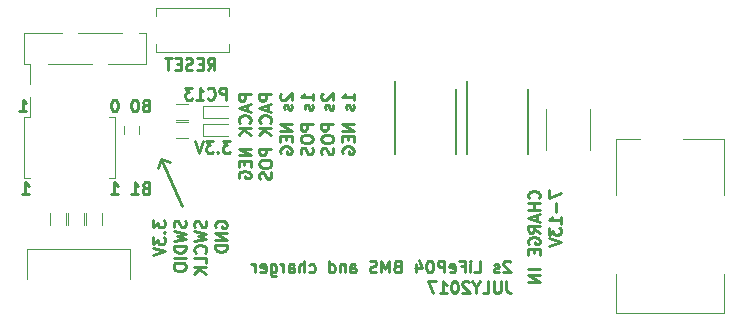
<source format=gbo>
G04 #@! TF.FileFunction,Legend,Bot*
%FSLAX46Y46*%
G04 Gerber Fmt 4.6, Leading zero omitted, Abs format (unit mm)*
G04 Created by KiCad (PCBNEW 4.0.6-e0-6349~53~ubuntu16.04.1) date Sun Jul  9 20:30:41 2017*
%MOMM*%
%LPD*%
G01*
G04 APERTURE LIST*
%ADD10C,0.100000*%
%ADD11C,0.250000*%
%ADD12C,0.120000*%
%ADD13C,0.150000*%
G04 APERTURE END LIST*
D10*
D11*
X120750000Y-95250000D02*
X121500000Y-95500000D01*
X120750000Y-95250000D02*
X120500000Y-96000000D01*
X120750000Y-95250000D02*
X122500000Y-99250000D01*
X126261905Y-90202381D02*
X126261905Y-89202381D01*
X125880952Y-89202381D01*
X125785714Y-89250000D01*
X125738095Y-89297619D01*
X125690476Y-89392857D01*
X125690476Y-89535714D01*
X125738095Y-89630952D01*
X125785714Y-89678571D01*
X125880952Y-89726190D01*
X126261905Y-89726190D01*
X124690476Y-90107143D02*
X124738095Y-90154762D01*
X124880952Y-90202381D01*
X124976190Y-90202381D01*
X125119048Y-90154762D01*
X125214286Y-90059524D01*
X125261905Y-89964286D01*
X125309524Y-89773810D01*
X125309524Y-89630952D01*
X125261905Y-89440476D01*
X125214286Y-89345238D01*
X125119048Y-89250000D01*
X124976190Y-89202381D01*
X124880952Y-89202381D01*
X124738095Y-89250000D01*
X124690476Y-89297619D01*
X123738095Y-90202381D02*
X124309524Y-90202381D01*
X124023810Y-90202381D02*
X124023810Y-89202381D01*
X124119048Y-89345238D01*
X124214286Y-89440476D01*
X124309524Y-89488095D01*
X123404762Y-89202381D02*
X122785714Y-89202381D01*
X123119048Y-89583333D01*
X122976190Y-89583333D01*
X122880952Y-89630952D01*
X122833333Y-89678571D01*
X122785714Y-89773810D01*
X122785714Y-90011905D01*
X122833333Y-90107143D01*
X122880952Y-90154762D01*
X122976190Y-90202381D01*
X123261905Y-90202381D01*
X123357143Y-90154762D01*
X123404762Y-90107143D01*
X126607143Y-93702381D02*
X125988095Y-93702381D01*
X126321429Y-94083333D01*
X126178571Y-94083333D01*
X126083333Y-94130952D01*
X126035714Y-94178571D01*
X125988095Y-94273810D01*
X125988095Y-94511905D01*
X126035714Y-94607143D01*
X126083333Y-94654762D01*
X126178571Y-94702381D01*
X126464286Y-94702381D01*
X126559524Y-94654762D01*
X126607143Y-94607143D01*
X125559524Y-94607143D02*
X125511905Y-94654762D01*
X125559524Y-94702381D01*
X125607143Y-94654762D01*
X125559524Y-94607143D01*
X125559524Y-94702381D01*
X125178572Y-93702381D02*
X124559524Y-93702381D01*
X124892858Y-94083333D01*
X124750000Y-94083333D01*
X124654762Y-94130952D01*
X124607143Y-94178571D01*
X124559524Y-94273810D01*
X124559524Y-94511905D01*
X124607143Y-94607143D01*
X124654762Y-94654762D01*
X124750000Y-94702381D01*
X125035715Y-94702381D01*
X125130953Y-94654762D01*
X125178572Y-94607143D01*
X124273810Y-93702381D02*
X123940477Y-94702381D01*
X123607143Y-93702381D01*
X120077381Y-100392857D02*
X120077381Y-101011905D01*
X120458333Y-100678571D01*
X120458333Y-100821429D01*
X120505952Y-100916667D01*
X120553571Y-100964286D01*
X120648810Y-101011905D01*
X120886905Y-101011905D01*
X120982143Y-100964286D01*
X121029762Y-100916667D01*
X121077381Y-100821429D01*
X121077381Y-100535714D01*
X121029762Y-100440476D01*
X120982143Y-100392857D01*
X120982143Y-101440476D02*
X121029762Y-101488095D01*
X121077381Y-101440476D01*
X121029762Y-101392857D01*
X120982143Y-101440476D01*
X121077381Y-101440476D01*
X120077381Y-101821428D02*
X120077381Y-102440476D01*
X120458333Y-102107142D01*
X120458333Y-102250000D01*
X120505952Y-102345238D01*
X120553571Y-102392857D01*
X120648810Y-102440476D01*
X120886905Y-102440476D01*
X120982143Y-102392857D01*
X121029762Y-102345238D01*
X121077381Y-102250000D01*
X121077381Y-101964285D01*
X121029762Y-101869047D01*
X120982143Y-101821428D01*
X120077381Y-102726190D02*
X121077381Y-103059523D01*
X120077381Y-103392857D01*
X122779762Y-100440476D02*
X122827381Y-100583333D01*
X122827381Y-100821429D01*
X122779762Y-100916667D01*
X122732143Y-100964286D01*
X122636905Y-101011905D01*
X122541667Y-101011905D01*
X122446429Y-100964286D01*
X122398810Y-100916667D01*
X122351190Y-100821429D01*
X122303571Y-100630952D01*
X122255952Y-100535714D01*
X122208333Y-100488095D01*
X122113095Y-100440476D01*
X122017857Y-100440476D01*
X121922619Y-100488095D01*
X121875000Y-100535714D01*
X121827381Y-100630952D01*
X121827381Y-100869048D01*
X121875000Y-101011905D01*
X121827381Y-101345238D02*
X122827381Y-101583333D01*
X122113095Y-101773810D01*
X122827381Y-101964286D01*
X121827381Y-102202381D01*
X122827381Y-102583333D02*
X121827381Y-102583333D01*
X121827381Y-102821428D01*
X121875000Y-102964286D01*
X121970238Y-103059524D01*
X122065476Y-103107143D01*
X122255952Y-103154762D01*
X122398810Y-103154762D01*
X122589286Y-103107143D01*
X122684524Y-103059524D01*
X122779762Y-102964286D01*
X122827381Y-102821428D01*
X122827381Y-102583333D01*
X122827381Y-103583333D02*
X121827381Y-103583333D01*
X121827381Y-104249999D02*
X121827381Y-104440476D01*
X121875000Y-104535714D01*
X121970238Y-104630952D01*
X122160714Y-104678571D01*
X122494048Y-104678571D01*
X122684524Y-104630952D01*
X122779762Y-104535714D01*
X122827381Y-104440476D01*
X122827381Y-104249999D01*
X122779762Y-104154761D01*
X122684524Y-104059523D01*
X122494048Y-104011904D01*
X122160714Y-104011904D01*
X121970238Y-104059523D01*
X121875000Y-104154761D01*
X121827381Y-104249999D01*
X124529762Y-100440476D02*
X124577381Y-100583333D01*
X124577381Y-100821429D01*
X124529762Y-100916667D01*
X124482143Y-100964286D01*
X124386905Y-101011905D01*
X124291667Y-101011905D01*
X124196429Y-100964286D01*
X124148810Y-100916667D01*
X124101190Y-100821429D01*
X124053571Y-100630952D01*
X124005952Y-100535714D01*
X123958333Y-100488095D01*
X123863095Y-100440476D01*
X123767857Y-100440476D01*
X123672619Y-100488095D01*
X123625000Y-100535714D01*
X123577381Y-100630952D01*
X123577381Y-100869048D01*
X123625000Y-101011905D01*
X123577381Y-101345238D02*
X124577381Y-101583333D01*
X123863095Y-101773810D01*
X124577381Y-101964286D01*
X123577381Y-102202381D01*
X124482143Y-103154762D02*
X124529762Y-103107143D01*
X124577381Y-102964286D01*
X124577381Y-102869048D01*
X124529762Y-102726190D01*
X124434524Y-102630952D01*
X124339286Y-102583333D01*
X124148810Y-102535714D01*
X124005952Y-102535714D01*
X123815476Y-102583333D01*
X123720238Y-102630952D01*
X123625000Y-102726190D01*
X123577381Y-102869048D01*
X123577381Y-102964286D01*
X123625000Y-103107143D01*
X123672619Y-103154762D01*
X124577381Y-104059524D02*
X124577381Y-103583333D01*
X123577381Y-103583333D01*
X124577381Y-104392857D02*
X123577381Y-104392857D01*
X124577381Y-104964286D02*
X124005952Y-104535714D01*
X123577381Y-104964286D02*
X124148810Y-104392857D01*
X125375000Y-101011905D02*
X125327381Y-100916667D01*
X125327381Y-100773810D01*
X125375000Y-100630952D01*
X125470238Y-100535714D01*
X125565476Y-100488095D01*
X125755952Y-100440476D01*
X125898810Y-100440476D01*
X126089286Y-100488095D01*
X126184524Y-100535714D01*
X126279762Y-100630952D01*
X126327381Y-100773810D01*
X126327381Y-100869048D01*
X126279762Y-101011905D01*
X126232143Y-101059524D01*
X125898810Y-101059524D01*
X125898810Y-100869048D01*
X126327381Y-101488095D02*
X125327381Y-101488095D01*
X126327381Y-102059524D01*
X125327381Y-102059524D01*
X126327381Y-102535714D02*
X125327381Y-102535714D01*
X125327381Y-102773809D01*
X125375000Y-102916667D01*
X125470238Y-103011905D01*
X125565476Y-103059524D01*
X125755952Y-103107143D01*
X125898810Y-103107143D01*
X126089286Y-103059524D01*
X126184524Y-103011905D01*
X126279762Y-102916667D01*
X126327381Y-102773809D01*
X126327381Y-102535714D01*
X124690476Y-87702381D02*
X125023810Y-87226190D01*
X125261905Y-87702381D02*
X125261905Y-86702381D01*
X124880952Y-86702381D01*
X124785714Y-86750000D01*
X124738095Y-86797619D01*
X124690476Y-86892857D01*
X124690476Y-87035714D01*
X124738095Y-87130952D01*
X124785714Y-87178571D01*
X124880952Y-87226190D01*
X125261905Y-87226190D01*
X124261905Y-87178571D02*
X123928571Y-87178571D01*
X123785714Y-87702381D02*
X124261905Y-87702381D01*
X124261905Y-86702381D01*
X123785714Y-86702381D01*
X123404762Y-87654762D02*
X123261905Y-87702381D01*
X123023809Y-87702381D01*
X122928571Y-87654762D01*
X122880952Y-87607143D01*
X122833333Y-87511905D01*
X122833333Y-87416667D01*
X122880952Y-87321429D01*
X122928571Y-87273810D01*
X123023809Y-87226190D01*
X123214286Y-87178571D01*
X123309524Y-87130952D01*
X123357143Y-87083333D01*
X123404762Y-86988095D01*
X123404762Y-86892857D01*
X123357143Y-86797619D01*
X123309524Y-86750000D01*
X123214286Y-86702381D01*
X122976190Y-86702381D01*
X122833333Y-86750000D01*
X122404762Y-87178571D02*
X122071428Y-87178571D01*
X121928571Y-87702381D02*
X122404762Y-87702381D01*
X122404762Y-86702381D01*
X121928571Y-86702381D01*
X121642857Y-86702381D02*
X121071428Y-86702381D01*
X121357143Y-87702381D02*
X121357143Y-86702381D01*
X150309524Y-103922619D02*
X150261905Y-103875000D01*
X150166667Y-103827381D01*
X149928571Y-103827381D01*
X149833333Y-103875000D01*
X149785714Y-103922619D01*
X149738095Y-104017857D01*
X149738095Y-104113095D01*
X149785714Y-104255952D01*
X150357143Y-104827381D01*
X149738095Y-104827381D01*
X149357143Y-104779762D02*
X149261905Y-104827381D01*
X149071429Y-104827381D01*
X148976190Y-104779762D01*
X148928571Y-104684524D01*
X148928571Y-104636905D01*
X148976190Y-104541667D01*
X149071429Y-104494048D01*
X149214286Y-104494048D01*
X149309524Y-104446429D01*
X149357143Y-104351190D01*
X149357143Y-104303571D01*
X149309524Y-104208333D01*
X149214286Y-104160714D01*
X149071429Y-104160714D01*
X148976190Y-104208333D01*
X147261904Y-104827381D02*
X147738095Y-104827381D01*
X147738095Y-103827381D01*
X146928571Y-104827381D02*
X146928571Y-104160714D01*
X146928571Y-103827381D02*
X146976190Y-103875000D01*
X146928571Y-103922619D01*
X146880952Y-103875000D01*
X146928571Y-103827381D01*
X146928571Y-103922619D01*
X146119047Y-104303571D02*
X146452381Y-104303571D01*
X146452381Y-104827381D02*
X146452381Y-103827381D01*
X145976190Y-103827381D01*
X145214285Y-104779762D02*
X145309523Y-104827381D01*
X145500000Y-104827381D01*
X145595238Y-104779762D01*
X145642857Y-104684524D01*
X145642857Y-104303571D01*
X145595238Y-104208333D01*
X145500000Y-104160714D01*
X145309523Y-104160714D01*
X145214285Y-104208333D01*
X145166666Y-104303571D01*
X145166666Y-104398810D01*
X145642857Y-104494048D01*
X144738095Y-104827381D02*
X144738095Y-103827381D01*
X144357142Y-103827381D01*
X144261904Y-103875000D01*
X144214285Y-103922619D01*
X144166666Y-104017857D01*
X144166666Y-104160714D01*
X144214285Y-104255952D01*
X144261904Y-104303571D01*
X144357142Y-104351190D01*
X144738095Y-104351190D01*
X143547619Y-103827381D02*
X143452380Y-103827381D01*
X143357142Y-103875000D01*
X143309523Y-103922619D01*
X143261904Y-104017857D01*
X143214285Y-104208333D01*
X143214285Y-104446429D01*
X143261904Y-104636905D01*
X143309523Y-104732143D01*
X143357142Y-104779762D01*
X143452380Y-104827381D01*
X143547619Y-104827381D01*
X143642857Y-104779762D01*
X143690476Y-104732143D01*
X143738095Y-104636905D01*
X143785714Y-104446429D01*
X143785714Y-104208333D01*
X143738095Y-104017857D01*
X143690476Y-103922619D01*
X143642857Y-103875000D01*
X143547619Y-103827381D01*
X142357142Y-104160714D02*
X142357142Y-104827381D01*
X142595238Y-103779762D02*
X142833333Y-104494048D01*
X142214285Y-104494048D01*
X140738094Y-104303571D02*
X140595237Y-104351190D01*
X140547618Y-104398810D01*
X140499999Y-104494048D01*
X140499999Y-104636905D01*
X140547618Y-104732143D01*
X140595237Y-104779762D01*
X140690475Y-104827381D01*
X141071428Y-104827381D01*
X141071428Y-103827381D01*
X140738094Y-103827381D01*
X140642856Y-103875000D01*
X140595237Y-103922619D01*
X140547618Y-104017857D01*
X140547618Y-104113095D01*
X140595237Y-104208333D01*
X140642856Y-104255952D01*
X140738094Y-104303571D01*
X141071428Y-104303571D01*
X140071428Y-104827381D02*
X140071428Y-103827381D01*
X139738094Y-104541667D01*
X139404761Y-103827381D01*
X139404761Y-104827381D01*
X138976190Y-104779762D02*
X138833333Y-104827381D01*
X138595237Y-104827381D01*
X138499999Y-104779762D01*
X138452380Y-104732143D01*
X138404761Y-104636905D01*
X138404761Y-104541667D01*
X138452380Y-104446429D01*
X138499999Y-104398810D01*
X138595237Y-104351190D01*
X138785714Y-104303571D01*
X138880952Y-104255952D01*
X138928571Y-104208333D01*
X138976190Y-104113095D01*
X138976190Y-104017857D01*
X138928571Y-103922619D01*
X138880952Y-103875000D01*
X138785714Y-103827381D01*
X138547618Y-103827381D01*
X138404761Y-103875000D01*
X136785713Y-104827381D02*
X136785713Y-104303571D01*
X136833332Y-104208333D01*
X136928570Y-104160714D01*
X137119047Y-104160714D01*
X137214285Y-104208333D01*
X136785713Y-104779762D02*
X136880951Y-104827381D01*
X137119047Y-104827381D01*
X137214285Y-104779762D01*
X137261904Y-104684524D01*
X137261904Y-104589286D01*
X137214285Y-104494048D01*
X137119047Y-104446429D01*
X136880951Y-104446429D01*
X136785713Y-104398810D01*
X136309523Y-104160714D02*
X136309523Y-104827381D01*
X136309523Y-104255952D02*
X136261904Y-104208333D01*
X136166666Y-104160714D01*
X136023808Y-104160714D01*
X135928570Y-104208333D01*
X135880951Y-104303571D01*
X135880951Y-104827381D01*
X134976189Y-104827381D02*
X134976189Y-103827381D01*
X134976189Y-104779762D02*
X135071427Y-104827381D01*
X135261904Y-104827381D01*
X135357142Y-104779762D01*
X135404761Y-104732143D01*
X135452380Y-104636905D01*
X135452380Y-104351190D01*
X135404761Y-104255952D01*
X135357142Y-104208333D01*
X135261904Y-104160714D01*
X135071427Y-104160714D01*
X134976189Y-104208333D01*
X133309522Y-104779762D02*
X133404760Y-104827381D01*
X133595237Y-104827381D01*
X133690475Y-104779762D01*
X133738094Y-104732143D01*
X133785713Y-104636905D01*
X133785713Y-104351190D01*
X133738094Y-104255952D01*
X133690475Y-104208333D01*
X133595237Y-104160714D01*
X133404760Y-104160714D01*
X133309522Y-104208333D01*
X132880951Y-104827381D02*
X132880951Y-103827381D01*
X132452379Y-104827381D02*
X132452379Y-104303571D01*
X132499998Y-104208333D01*
X132595236Y-104160714D01*
X132738094Y-104160714D01*
X132833332Y-104208333D01*
X132880951Y-104255952D01*
X131547617Y-104827381D02*
X131547617Y-104303571D01*
X131595236Y-104208333D01*
X131690474Y-104160714D01*
X131880951Y-104160714D01*
X131976189Y-104208333D01*
X131547617Y-104779762D02*
X131642855Y-104827381D01*
X131880951Y-104827381D01*
X131976189Y-104779762D01*
X132023808Y-104684524D01*
X132023808Y-104589286D01*
X131976189Y-104494048D01*
X131880951Y-104446429D01*
X131642855Y-104446429D01*
X131547617Y-104398810D01*
X131071427Y-104827381D02*
X131071427Y-104160714D01*
X131071427Y-104351190D02*
X131023808Y-104255952D01*
X130976189Y-104208333D01*
X130880951Y-104160714D01*
X130785712Y-104160714D01*
X130023807Y-104160714D02*
X130023807Y-104970238D01*
X130071426Y-105065476D01*
X130119045Y-105113095D01*
X130214284Y-105160714D01*
X130357141Y-105160714D01*
X130452379Y-105113095D01*
X130023807Y-104779762D02*
X130119045Y-104827381D01*
X130309522Y-104827381D01*
X130404760Y-104779762D01*
X130452379Y-104732143D01*
X130499998Y-104636905D01*
X130499998Y-104351190D01*
X130452379Y-104255952D01*
X130404760Y-104208333D01*
X130309522Y-104160714D01*
X130119045Y-104160714D01*
X130023807Y-104208333D01*
X129166664Y-104779762D02*
X129261902Y-104827381D01*
X129452379Y-104827381D01*
X129547617Y-104779762D01*
X129595236Y-104684524D01*
X129595236Y-104303571D01*
X129547617Y-104208333D01*
X129452379Y-104160714D01*
X129261902Y-104160714D01*
X129166664Y-104208333D01*
X129119045Y-104303571D01*
X129119045Y-104398810D01*
X129595236Y-104494048D01*
X128690474Y-104827381D02*
X128690474Y-104160714D01*
X128690474Y-104351190D02*
X128642855Y-104255952D01*
X128595236Y-104208333D01*
X128499998Y-104160714D01*
X128404759Y-104160714D01*
X149976190Y-105577381D02*
X149976190Y-106291667D01*
X150023810Y-106434524D01*
X150119048Y-106529762D01*
X150261905Y-106577381D01*
X150357143Y-106577381D01*
X149500000Y-105577381D02*
X149500000Y-106386905D01*
X149452381Y-106482143D01*
X149404762Y-106529762D01*
X149309524Y-106577381D01*
X149119047Y-106577381D01*
X149023809Y-106529762D01*
X148976190Y-106482143D01*
X148928571Y-106386905D01*
X148928571Y-105577381D01*
X147976190Y-106577381D02*
X148452381Y-106577381D01*
X148452381Y-105577381D01*
X147452381Y-106101190D02*
X147452381Y-106577381D01*
X147785714Y-105577381D02*
X147452381Y-106101190D01*
X147119047Y-105577381D01*
X146833333Y-105672619D02*
X146785714Y-105625000D01*
X146690476Y-105577381D01*
X146452380Y-105577381D01*
X146357142Y-105625000D01*
X146309523Y-105672619D01*
X146261904Y-105767857D01*
X146261904Y-105863095D01*
X146309523Y-106005952D01*
X146880952Y-106577381D01*
X146261904Y-106577381D01*
X145642857Y-105577381D02*
X145547618Y-105577381D01*
X145452380Y-105625000D01*
X145404761Y-105672619D01*
X145357142Y-105767857D01*
X145309523Y-105958333D01*
X145309523Y-106196429D01*
X145357142Y-106386905D01*
X145404761Y-106482143D01*
X145452380Y-106529762D01*
X145547618Y-106577381D01*
X145642857Y-106577381D01*
X145738095Y-106529762D01*
X145785714Y-106482143D01*
X145833333Y-106386905D01*
X145880952Y-106196429D01*
X145880952Y-105958333D01*
X145833333Y-105767857D01*
X145785714Y-105672619D01*
X145738095Y-105625000D01*
X145642857Y-105577381D01*
X144357142Y-106577381D02*
X144928571Y-106577381D01*
X144642857Y-106577381D02*
X144642857Y-105577381D01*
X144738095Y-105720238D01*
X144833333Y-105815476D01*
X144928571Y-105863095D01*
X144023809Y-105577381D02*
X143357142Y-105577381D01*
X143785714Y-106577381D01*
X108738095Y-91202381D02*
X109309524Y-91202381D01*
X109023810Y-91202381D02*
X109023810Y-90202381D01*
X109119048Y-90345238D01*
X109214286Y-90440476D01*
X109309524Y-90488095D01*
X108988095Y-98202381D02*
X109559524Y-98202381D01*
X109273810Y-98202381D02*
X109273810Y-97202381D01*
X109369048Y-97345238D01*
X109464286Y-97440476D01*
X109559524Y-97488095D01*
X119428571Y-90678571D02*
X119285714Y-90726190D01*
X119238095Y-90773810D01*
X119190476Y-90869048D01*
X119190476Y-91011905D01*
X119238095Y-91107143D01*
X119285714Y-91154762D01*
X119380952Y-91202381D01*
X119761905Y-91202381D01*
X119761905Y-90202381D01*
X119428571Y-90202381D01*
X119333333Y-90250000D01*
X119285714Y-90297619D01*
X119238095Y-90392857D01*
X119238095Y-90488095D01*
X119285714Y-90583333D01*
X119333333Y-90630952D01*
X119428571Y-90678571D01*
X119761905Y-90678571D01*
X118571429Y-90202381D02*
X118476190Y-90202381D01*
X118380952Y-90250000D01*
X118333333Y-90297619D01*
X118285714Y-90392857D01*
X118238095Y-90583333D01*
X118238095Y-90821429D01*
X118285714Y-91011905D01*
X118333333Y-91107143D01*
X118380952Y-91154762D01*
X118476190Y-91202381D01*
X118571429Y-91202381D01*
X118666667Y-91154762D01*
X118714286Y-91107143D01*
X118761905Y-91011905D01*
X118809524Y-90821429D01*
X118809524Y-90583333D01*
X118761905Y-90392857D01*
X118714286Y-90297619D01*
X118666667Y-90250000D01*
X118571429Y-90202381D01*
X116857143Y-90202381D02*
X116761904Y-90202381D01*
X116666666Y-90250000D01*
X116619047Y-90297619D01*
X116571428Y-90392857D01*
X116523809Y-90583333D01*
X116523809Y-90821429D01*
X116571428Y-91011905D01*
X116619047Y-91107143D01*
X116666666Y-91154762D01*
X116761904Y-91202381D01*
X116857143Y-91202381D01*
X116952381Y-91154762D01*
X117000000Y-91107143D01*
X117047619Y-91011905D01*
X117095238Y-90821429D01*
X117095238Y-90583333D01*
X117047619Y-90392857D01*
X117000000Y-90297619D01*
X116952381Y-90250000D01*
X116857143Y-90202381D01*
X119428571Y-97678571D02*
X119285714Y-97726190D01*
X119238095Y-97773810D01*
X119190476Y-97869048D01*
X119190476Y-98011905D01*
X119238095Y-98107143D01*
X119285714Y-98154762D01*
X119380952Y-98202381D01*
X119761905Y-98202381D01*
X119761905Y-97202381D01*
X119428571Y-97202381D01*
X119333333Y-97250000D01*
X119285714Y-97297619D01*
X119238095Y-97392857D01*
X119238095Y-97488095D01*
X119285714Y-97583333D01*
X119333333Y-97630952D01*
X119428571Y-97678571D01*
X119761905Y-97678571D01*
X118238095Y-98202381D02*
X118809524Y-98202381D01*
X118523810Y-98202381D02*
X118523810Y-97202381D01*
X118619048Y-97345238D01*
X118714286Y-97440476D01*
X118809524Y-97488095D01*
X116523809Y-98202381D02*
X117095238Y-98202381D01*
X116809524Y-98202381D02*
X116809524Y-97202381D01*
X116904762Y-97345238D01*
X117000000Y-97440476D01*
X117095238Y-97488095D01*
X152732143Y-98559524D02*
X152779762Y-98511905D01*
X152827381Y-98369048D01*
X152827381Y-98273810D01*
X152779762Y-98130952D01*
X152684524Y-98035714D01*
X152589286Y-97988095D01*
X152398810Y-97940476D01*
X152255952Y-97940476D01*
X152065476Y-97988095D01*
X151970238Y-98035714D01*
X151875000Y-98130952D01*
X151827381Y-98273810D01*
X151827381Y-98369048D01*
X151875000Y-98511905D01*
X151922619Y-98559524D01*
X152827381Y-98988095D02*
X151827381Y-98988095D01*
X152303571Y-98988095D02*
X152303571Y-99559524D01*
X152827381Y-99559524D02*
X151827381Y-99559524D01*
X152541667Y-99988095D02*
X152541667Y-100464286D01*
X152827381Y-99892857D02*
X151827381Y-100226190D01*
X152827381Y-100559524D01*
X152827381Y-101464286D02*
X152351190Y-101130952D01*
X152827381Y-100892857D02*
X151827381Y-100892857D01*
X151827381Y-101273810D01*
X151875000Y-101369048D01*
X151922619Y-101416667D01*
X152017857Y-101464286D01*
X152160714Y-101464286D01*
X152255952Y-101416667D01*
X152303571Y-101369048D01*
X152351190Y-101273810D01*
X152351190Y-100892857D01*
X151875000Y-102416667D02*
X151827381Y-102321429D01*
X151827381Y-102178572D01*
X151875000Y-102035714D01*
X151970238Y-101940476D01*
X152065476Y-101892857D01*
X152255952Y-101845238D01*
X152398810Y-101845238D01*
X152589286Y-101892857D01*
X152684524Y-101940476D01*
X152779762Y-102035714D01*
X152827381Y-102178572D01*
X152827381Y-102273810D01*
X152779762Y-102416667D01*
X152732143Y-102464286D01*
X152398810Y-102464286D01*
X152398810Y-102273810D01*
X152303571Y-102892857D02*
X152303571Y-103226191D01*
X152827381Y-103369048D02*
X152827381Y-102892857D01*
X151827381Y-102892857D01*
X151827381Y-103369048D01*
X152827381Y-104559524D02*
X151827381Y-104559524D01*
X152827381Y-105035714D02*
X151827381Y-105035714D01*
X152827381Y-105607143D01*
X151827381Y-105607143D01*
X153577381Y-97892857D02*
X153577381Y-98559524D01*
X154577381Y-98130952D01*
X154196429Y-98940476D02*
X154196429Y-99702381D01*
X154577381Y-100702381D02*
X154577381Y-100130952D01*
X154577381Y-100416666D02*
X153577381Y-100416666D01*
X153720238Y-100321428D01*
X153815476Y-100226190D01*
X153863095Y-100130952D01*
X153577381Y-101035714D02*
X153577381Y-101654762D01*
X153958333Y-101321428D01*
X153958333Y-101464286D01*
X154005952Y-101559524D01*
X154053571Y-101607143D01*
X154148810Y-101654762D01*
X154386905Y-101654762D01*
X154482143Y-101607143D01*
X154529762Y-101559524D01*
X154577381Y-101464286D01*
X154577381Y-101178571D01*
X154529762Y-101083333D01*
X154482143Y-101035714D01*
X153577381Y-101940476D02*
X154577381Y-102273809D01*
X153577381Y-102607143D01*
X128327381Y-89738095D02*
X127327381Y-89738095D01*
X127327381Y-90119048D01*
X127375000Y-90214286D01*
X127422619Y-90261905D01*
X127517857Y-90309524D01*
X127660714Y-90309524D01*
X127755952Y-90261905D01*
X127803571Y-90214286D01*
X127851190Y-90119048D01*
X127851190Y-89738095D01*
X128041667Y-90690476D02*
X128041667Y-91166667D01*
X128327381Y-90595238D02*
X127327381Y-90928571D01*
X128327381Y-91261905D01*
X128232143Y-92166667D02*
X128279762Y-92119048D01*
X128327381Y-91976191D01*
X128327381Y-91880953D01*
X128279762Y-91738095D01*
X128184524Y-91642857D01*
X128089286Y-91595238D01*
X127898810Y-91547619D01*
X127755952Y-91547619D01*
X127565476Y-91595238D01*
X127470238Y-91642857D01*
X127375000Y-91738095D01*
X127327381Y-91880953D01*
X127327381Y-91976191D01*
X127375000Y-92119048D01*
X127422619Y-92166667D01*
X128327381Y-92595238D02*
X127327381Y-92595238D01*
X128327381Y-93166667D02*
X127755952Y-92738095D01*
X127327381Y-93166667D02*
X127898810Y-92595238D01*
X128327381Y-94357143D02*
X127327381Y-94357143D01*
X128327381Y-94928572D01*
X127327381Y-94928572D01*
X127803571Y-95404762D02*
X127803571Y-95738096D01*
X128327381Y-95880953D02*
X128327381Y-95404762D01*
X127327381Y-95404762D01*
X127327381Y-95880953D01*
X127375000Y-96833334D02*
X127327381Y-96738096D01*
X127327381Y-96595239D01*
X127375000Y-96452381D01*
X127470238Y-96357143D01*
X127565476Y-96309524D01*
X127755952Y-96261905D01*
X127898810Y-96261905D01*
X128089286Y-96309524D01*
X128184524Y-96357143D01*
X128279762Y-96452381D01*
X128327381Y-96595239D01*
X128327381Y-96690477D01*
X128279762Y-96833334D01*
X128232143Y-96880953D01*
X127898810Y-96880953D01*
X127898810Y-96690477D01*
X130077381Y-89738095D02*
X129077381Y-89738095D01*
X129077381Y-90119048D01*
X129125000Y-90214286D01*
X129172619Y-90261905D01*
X129267857Y-90309524D01*
X129410714Y-90309524D01*
X129505952Y-90261905D01*
X129553571Y-90214286D01*
X129601190Y-90119048D01*
X129601190Y-89738095D01*
X129791667Y-90690476D02*
X129791667Y-91166667D01*
X130077381Y-90595238D02*
X129077381Y-90928571D01*
X130077381Y-91261905D01*
X129982143Y-92166667D02*
X130029762Y-92119048D01*
X130077381Y-91976191D01*
X130077381Y-91880953D01*
X130029762Y-91738095D01*
X129934524Y-91642857D01*
X129839286Y-91595238D01*
X129648810Y-91547619D01*
X129505952Y-91547619D01*
X129315476Y-91595238D01*
X129220238Y-91642857D01*
X129125000Y-91738095D01*
X129077381Y-91880953D01*
X129077381Y-91976191D01*
X129125000Y-92119048D01*
X129172619Y-92166667D01*
X130077381Y-92595238D02*
X129077381Y-92595238D01*
X130077381Y-93166667D02*
X129505952Y-92738095D01*
X129077381Y-93166667D02*
X129648810Y-92595238D01*
X130077381Y-94357143D02*
X129077381Y-94357143D01*
X129077381Y-94738096D01*
X129125000Y-94833334D01*
X129172619Y-94880953D01*
X129267857Y-94928572D01*
X129410714Y-94928572D01*
X129505952Y-94880953D01*
X129553571Y-94833334D01*
X129601190Y-94738096D01*
X129601190Y-94357143D01*
X129077381Y-95547619D02*
X129077381Y-95738096D01*
X129125000Y-95833334D01*
X129220238Y-95928572D01*
X129410714Y-95976191D01*
X129744048Y-95976191D01*
X129934524Y-95928572D01*
X130029762Y-95833334D01*
X130077381Y-95738096D01*
X130077381Y-95547619D01*
X130029762Y-95452381D01*
X129934524Y-95357143D01*
X129744048Y-95309524D01*
X129410714Y-95309524D01*
X129220238Y-95357143D01*
X129125000Y-95452381D01*
X129077381Y-95547619D01*
X130029762Y-96357143D02*
X130077381Y-96500000D01*
X130077381Y-96738096D01*
X130029762Y-96833334D01*
X129982143Y-96880953D01*
X129886905Y-96928572D01*
X129791667Y-96928572D01*
X129696429Y-96880953D01*
X129648810Y-96833334D01*
X129601190Y-96738096D01*
X129553571Y-96547619D01*
X129505952Y-96452381D01*
X129458333Y-96404762D01*
X129363095Y-96357143D01*
X129267857Y-96357143D01*
X129172619Y-96404762D01*
X129125000Y-96452381D01*
X129077381Y-96547619D01*
X129077381Y-96785715D01*
X129125000Y-96928572D01*
X130922619Y-89690476D02*
X130875000Y-89738095D01*
X130827381Y-89833333D01*
X130827381Y-90071429D01*
X130875000Y-90166667D01*
X130922619Y-90214286D01*
X131017857Y-90261905D01*
X131113095Y-90261905D01*
X131255952Y-90214286D01*
X131827381Y-89642857D01*
X131827381Y-90261905D01*
X131779762Y-90642857D02*
X131827381Y-90738095D01*
X131827381Y-90928571D01*
X131779762Y-91023810D01*
X131684524Y-91071429D01*
X131636905Y-91071429D01*
X131541667Y-91023810D01*
X131494048Y-90928571D01*
X131494048Y-90785714D01*
X131446429Y-90690476D01*
X131351190Y-90642857D01*
X131303571Y-90642857D01*
X131208333Y-90690476D01*
X131160714Y-90785714D01*
X131160714Y-90928571D01*
X131208333Y-91023810D01*
X131827381Y-92261905D02*
X130827381Y-92261905D01*
X131827381Y-92833334D01*
X130827381Y-92833334D01*
X131303571Y-93309524D02*
X131303571Y-93642858D01*
X131827381Y-93785715D02*
X131827381Y-93309524D01*
X130827381Y-93309524D01*
X130827381Y-93785715D01*
X130875000Y-94738096D02*
X130827381Y-94642858D01*
X130827381Y-94500001D01*
X130875000Y-94357143D01*
X130970238Y-94261905D01*
X131065476Y-94214286D01*
X131255952Y-94166667D01*
X131398810Y-94166667D01*
X131589286Y-94214286D01*
X131684524Y-94261905D01*
X131779762Y-94357143D01*
X131827381Y-94500001D01*
X131827381Y-94595239D01*
X131779762Y-94738096D01*
X131732143Y-94785715D01*
X131398810Y-94785715D01*
X131398810Y-94595239D01*
X133577381Y-90261905D02*
X133577381Y-89690476D01*
X133577381Y-89976190D02*
X132577381Y-89976190D01*
X132720238Y-89880952D01*
X132815476Y-89785714D01*
X132863095Y-89690476D01*
X133529762Y-90642857D02*
X133577381Y-90738095D01*
X133577381Y-90928571D01*
X133529762Y-91023810D01*
X133434524Y-91071429D01*
X133386905Y-91071429D01*
X133291667Y-91023810D01*
X133244048Y-90928571D01*
X133244048Y-90785714D01*
X133196429Y-90690476D01*
X133101190Y-90642857D01*
X133053571Y-90642857D01*
X132958333Y-90690476D01*
X132910714Y-90785714D01*
X132910714Y-90928571D01*
X132958333Y-91023810D01*
X133577381Y-92261905D02*
X132577381Y-92261905D01*
X132577381Y-92642858D01*
X132625000Y-92738096D01*
X132672619Y-92785715D01*
X132767857Y-92833334D01*
X132910714Y-92833334D01*
X133005952Y-92785715D01*
X133053571Y-92738096D01*
X133101190Y-92642858D01*
X133101190Y-92261905D01*
X132577381Y-93452381D02*
X132577381Y-93642858D01*
X132625000Y-93738096D01*
X132720238Y-93833334D01*
X132910714Y-93880953D01*
X133244048Y-93880953D01*
X133434524Y-93833334D01*
X133529762Y-93738096D01*
X133577381Y-93642858D01*
X133577381Y-93452381D01*
X133529762Y-93357143D01*
X133434524Y-93261905D01*
X133244048Y-93214286D01*
X132910714Y-93214286D01*
X132720238Y-93261905D01*
X132625000Y-93357143D01*
X132577381Y-93452381D01*
X133529762Y-94261905D02*
X133577381Y-94404762D01*
X133577381Y-94642858D01*
X133529762Y-94738096D01*
X133482143Y-94785715D01*
X133386905Y-94833334D01*
X133291667Y-94833334D01*
X133196429Y-94785715D01*
X133148810Y-94738096D01*
X133101190Y-94642858D01*
X133053571Y-94452381D01*
X133005952Y-94357143D01*
X132958333Y-94309524D01*
X132863095Y-94261905D01*
X132767857Y-94261905D01*
X132672619Y-94309524D01*
X132625000Y-94357143D01*
X132577381Y-94452381D01*
X132577381Y-94690477D01*
X132625000Y-94833334D01*
X134422619Y-89690476D02*
X134375000Y-89738095D01*
X134327381Y-89833333D01*
X134327381Y-90071429D01*
X134375000Y-90166667D01*
X134422619Y-90214286D01*
X134517857Y-90261905D01*
X134613095Y-90261905D01*
X134755952Y-90214286D01*
X135327381Y-89642857D01*
X135327381Y-90261905D01*
X135279762Y-90642857D02*
X135327381Y-90738095D01*
X135327381Y-90928571D01*
X135279762Y-91023810D01*
X135184524Y-91071429D01*
X135136905Y-91071429D01*
X135041667Y-91023810D01*
X134994048Y-90928571D01*
X134994048Y-90785714D01*
X134946429Y-90690476D01*
X134851190Y-90642857D01*
X134803571Y-90642857D01*
X134708333Y-90690476D01*
X134660714Y-90785714D01*
X134660714Y-90928571D01*
X134708333Y-91023810D01*
X135327381Y-92261905D02*
X134327381Y-92261905D01*
X134327381Y-92642858D01*
X134375000Y-92738096D01*
X134422619Y-92785715D01*
X134517857Y-92833334D01*
X134660714Y-92833334D01*
X134755952Y-92785715D01*
X134803571Y-92738096D01*
X134851190Y-92642858D01*
X134851190Y-92261905D01*
X134327381Y-93452381D02*
X134327381Y-93642858D01*
X134375000Y-93738096D01*
X134470238Y-93833334D01*
X134660714Y-93880953D01*
X134994048Y-93880953D01*
X135184524Y-93833334D01*
X135279762Y-93738096D01*
X135327381Y-93642858D01*
X135327381Y-93452381D01*
X135279762Y-93357143D01*
X135184524Y-93261905D01*
X134994048Y-93214286D01*
X134660714Y-93214286D01*
X134470238Y-93261905D01*
X134375000Y-93357143D01*
X134327381Y-93452381D01*
X135279762Y-94261905D02*
X135327381Y-94404762D01*
X135327381Y-94642858D01*
X135279762Y-94738096D01*
X135232143Y-94785715D01*
X135136905Y-94833334D01*
X135041667Y-94833334D01*
X134946429Y-94785715D01*
X134898810Y-94738096D01*
X134851190Y-94642858D01*
X134803571Y-94452381D01*
X134755952Y-94357143D01*
X134708333Y-94309524D01*
X134613095Y-94261905D01*
X134517857Y-94261905D01*
X134422619Y-94309524D01*
X134375000Y-94357143D01*
X134327381Y-94452381D01*
X134327381Y-94690477D01*
X134375000Y-94833334D01*
X137077381Y-90261905D02*
X137077381Y-89690476D01*
X137077381Y-89976190D02*
X136077381Y-89976190D01*
X136220238Y-89880952D01*
X136315476Y-89785714D01*
X136363095Y-89690476D01*
X137029762Y-90642857D02*
X137077381Y-90738095D01*
X137077381Y-90928571D01*
X137029762Y-91023810D01*
X136934524Y-91071429D01*
X136886905Y-91071429D01*
X136791667Y-91023810D01*
X136744048Y-90928571D01*
X136744048Y-90785714D01*
X136696429Y-90690476D01*
X136601190Y-90642857D01*
X136553571Y-90642857D01*
X136458333Y-90690476D01*
X136410714Y-90785714D01*
X136410714Y-90928571D01*
X136458333Y-91023810D01*
X137077381Y-92261905D02*
X136077381Y-92261905D01*
X137077381Y-92833334D01*
X136077381Y-92833334D01*
X136553571Y-93309524D02*
X136553571Y-93642858D01*
X137077381Y-93785715D02*
X137077381Y-93309524D01*
X136077381Y-93309524D01*
X136077381Y-93785715D01*
X136125000Y-94738096D02*
X136077381Y-94642858D01*
X136077381Y-94500001D01*
X136125000Y-94357143D01*
X136220238Y-94261905D01*
X136315476Y-94214286D01*
X136505952Y-94166667D01*
X136648810Y-94166667D01*
X136839286Y-94214286D01*
X136934524Y-94261905D01*
X137029762Y-94357143D01*
X137077381Y-94500001D01*
X137077381Y-94595239D01*
X137029762Y-94738096D01*
X136982143Y-94785715D01*
X136648810Y-94785715D01*
X136648810Y-94595239D01*
D12*
X153314000Y-94440000D02*
X153314000Y-90980000D01*
X157074000Y-94440000D02*
X157074000Y-90980000D01*
D13*
X146625000Y-88628000D02*
X146625000Y-94828000D01*
X151825000Y-89328000D02*
X151825000Y-94828000D01*
X140529000Y-88628000D02*
X140529000Y-94828000D01*
X145729000Y-89328000D02*
X145729000Y-94828000D01*
D12*
X117650000Y-92400000D02*
X117650000Y-93100000D01*
X118850000Y-93100000D02*
X118850000Y-92400000D01*
X124288000Y-93250000D02*
X124288000Y-92250000D01*
X124288000Y-92250000D02*
X126388000Y-92250000D01*
X124288000Y-93250000D02*
X126388000Y-93250000D01*
X124288000Y-91764268D02*
X124288000Y-90764268D01*
X124288000Y-90764268D02*
X126388000Y-90764268D01*
X124288000Y-91764268D02*
X126388000Y-91764268D01*
X122040000Y-93430000D02*
X123040000Y-93430000D01*
X123040000Y-92070000D02*
X122040000Y-92070000D01*
X111330000Y-99818000D02*
X111330000Y-100818000D01*
X112690000Y-100818000D02*
X112690000Y-99818000D01*
X115738000Y-100833010D02*
X115738000Y-99833010D01*
X114378000Y-99833010D02*
X114378000Y-100833010D01*
X114214000Y-100833010D02*
X114214000Y-99833010D01*
X112854000Y-99833010D02*
X112854000Y-100833010D01*
X126544000Y-86178000D02*
X126544000Y-85528000D01*
X126544000Y-82478000D02*
X126544000Y-83128000D01*
X120344000Y-83128000D02*
X120344000Y-82478000D01*
X120344000Y-86178000D02*
X120344000Y-85528000D01*
X126544000Y-86178000D02*
X120344000Y-86178000D01*
X120344000Y-82478000D02*
X126544000Y-82478000D01*
X122040000Y-91944268D02*
X123040000Y-91944268D01*
X123040000Y-90584268D02*
X122040000Y-90584268D01*
X109660000Y-91650000D02*
X109130000Y-91650000D01*
X109130000Y-91650000D02*
X109130000Y-96850000D01*
X109130000Y-96850000D02*
X109660000Y-96850000D01*
X116340000Y-91650000D02*
X116870000Y-91650000D01*
X116870000Y-91650000D02*
X116870000Y-96850000D01*
X116870000Y-96850000D02*
X116340000Y-96850000D01*
X109660000Y-89980000D02*
X109660000Y-91650000D01*
X109690000Y-84522000D02*
X109160000Y-84522000D01*
X109160000Y-84522000D02*
X109160000Y-87182000D01*
X109160000Y-87182000D02*
X109690000Y-87182000D01*
X118910000Y-84522000D02*
X119440000Y-84522000D01*
X119440000Y-84522000D02*
X119440000Y-87182000D01*
X119440000Y-87182000D02*
X118910000Y-87182000D01*
X111170000Y-87182000D02*
X114890000Y-87182000D01*
X116250000Y-87182000D02*
X119440000Y-87182000D01*
X109160000Y-84522000D02*
X112350000Y-84522000D01*
X109690000Y-87182000D02*
X109690000Y-88852000D01*
X113710000Y-84522000D02*
X117430000Y-84522000D01*
X168430000Y-93551000D02*
X168430000Y-98250000D01*
X159230000Y-104981000D02*
X159230000Y-108240000D01*
X159230000Y-108240000D02*
X168430000Y-108240000D01*
X161290000Y-93540000D02*
X159230000Y-93540000D01*
X159230000Y-93540000D02*
X159230000Y-98250000D01*
X168430000Y-108240000D02*
X168430000Y-104981000D01*
X168430000Y-93540000D02*
X164973000Y-93540000D01*
X118100000Y-102850000D02*
X109400000Y-102850000D01*
X109400000Y-102850000D02*
X109400000Y-105400000D01*
X118100000Y-105400000D02*
X118100000Y-102850000D01*
M02*

</source>
